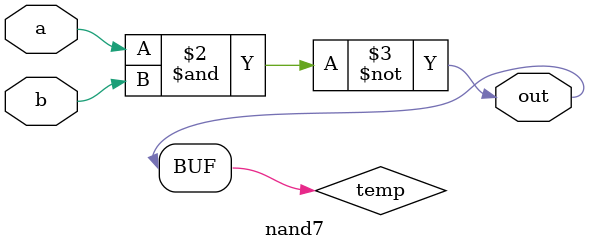
<source format=v>
module nand7 (
  input a,
  input b,
  output out
);

    reg temp;
    always @(*) begin
        temp = ~(a & b); // NAND using built-in operator
    end

    assign out = temp;
endmodule

</source>
